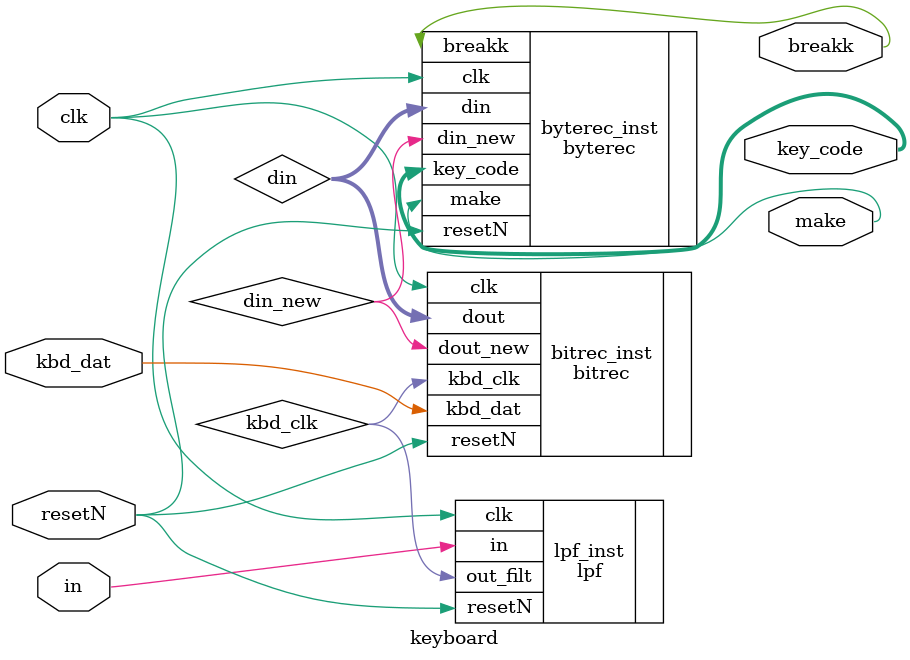
<source format=sv>
module keyboard(
	input 	logic 		clk,
	input 	logic 		resetN,
	input 	logic 		in,
	input 	logic 		kbd_dat,
   output	logic 		make,
   output  	logic 		breakk,
   output  	logic [8:0]	key_code
);

logic 		kbd_clk;
logic 		din_new;
logic [7:0] din;

lpf lpf_inst(
// input
	.clk(clk),
	.resetN(resetN),
	.in(in),
// output
	.out_filt(kbd_clk)
);

bitrec bitrec_inst(
// input
	.clk(clk),
	.resetN(resetN),
	.kbd_clk(kbd_clk),
	.kbd_dat(kbd_dat),
// output
	.dout_new(din_new),
	.dout(din)
);

byterec byterec_inst(
// input
	.clk(clk),
	.resetN(resetN),
	.din_new(din_new),
	.din(din),
// output
	.make(make),
	.breakk(breakk),
	.key_code(key_code)
);

endmodule

</source>
